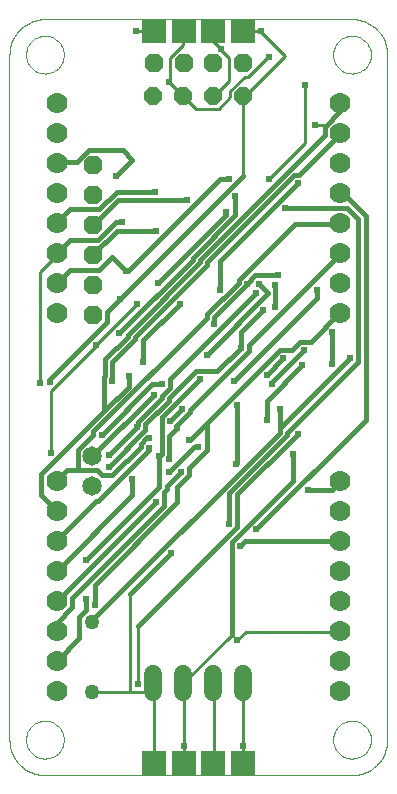
<source format=gtl>
G75*
G70*
%OFA0B0*%
%FSLAX24Y24*%
%IPPOS*%
%LPD*%
%AMOC8*
5,1,8,0,0,1.08239X$1,22.5*
%
%ADD10C,0.0000*%
%ADD11C,0.0700*%
%ADD12C,0.0600*%
%ADD13OC8,0.0594*%
%ADD14C,0.0500*%
%ADD15C,0.0650*%
%ADD16OC8,0.0630*%
%ADD17R,0.0787X0.0787*%
%ADD18C,0.0100*%
%ADD19C,0.0240*%
%ADD20C,0.0150*%
D10*
X000125Y002606D02*
X000125Y025441D01*
X000676Y025441D02*
X000678Y025491D01*
X000684Y025541D01*
X000694Y025590D01*
X000708Y025638D01*
X000725Y025685D01*
X000746Y025730D01*
X000771Y025774D01*
X000799Y025815D01*
X000831Y025854D01*
X000865Y025891D01*
X000902Y025925D01*
X000942Y025955D01*
X000984Y025982D01*
X001028Y026006D01*
X001074Y026027D01*
X001121Y026043D01*
X001169Y026056D01*
X001219Y026065D01*
X001268Y026070D01*
X001319Y026071D01*
X001369Y026068D01*
X001418Y026061D01*
X001467Y026050D01*
X001515Y026035D01*
X001561Y026017D01*
X001606Y025995D01*
X001649Y025969D01*
X001690Y025940D01*
X001729Y025908D01*
X001765Y025873D01*
X001797Y025835D01*
X001827Y025795D01*
X001854Y025752D01*
X001877Y025708D01*
X001896Y025662D01*
X001912Y025614D01*
X001924Y025565D01*
X001932Y025516D01*
X001936Y025466D01*
X001936Y025416D01*
X001932Y025366D01*
X001924Y025317D01*
X001912Y025268D01*
X001896Y025220D01*
X001877Y025174D01*
X001854Y025130D01*
X001827Y025087D01*
X001797Y025047D01*
X001765Y025009D01*
X001729Y024974D01*
X001690Y024942D01*
X001649Y024913D01*
X001606Y024887D01*
X001561Y024865D01*
X001515Y024847D01*
X001467Y024832D01*
X001418Y024821D01*
X001369Y024814D01*
X001319Y024811D01*
X001268Y024812D01*
X001219Y024817D01*
X001169Y024826D01*
X001121Y024839D01*
X001074Y024855D01*
X001028Y024876D01*
X000984Y024900D01*
X000942Y024927D01*
X000902Y024957D01*
X000865Y024991D01*
X000831Y025028D01*
X000799Y025067D01*
X000771Y025108D01*
X000746Y025152D01*
X000725Y025197D01*
X000708Y025244D01*
X000694Y025292D01*
X000684Y025341D01*
X000678Y025391D01*
X000676Y025441D01*
X000125Y025441D02*
X000127Y025507D01*
X000132Y025573D01*
X000142Y025639D01*
X000155Y025704D01*
X000171Y025768D01*
X000191Y025831D01*
X000215Y025893D01*
X000242Y025953D01*
X000272Y026012D01*
X000306Y026069D01*
X000343Y026124D01*
X000383Y026177D01*
X000425Y026228D01*
X000471Y026276D01*
X000519Y026322D01*
X000570Y026364D01*
X000623Y026404D01*
X000678Y026441D01*
X000735Y026475D01*
X000794Y026505D01*
X000854Y026532D01*
X000916Y026556D01*
X000979Y026576D01*
X001043Y026592D01*
X001108Y026605D01*
X001174Y026615D01*
X001240Y026620D01*
X001306Y026622D01*
X011542Y026622D01*
X010912Y025441D02*
X010914Y025491D01*
X010920Y025541D01*
X010930Y025590D01*
X010944Y025638D01*
X010961Y025685D01*
X010982Y025730D01*
X011007Y025774D01*
X011035Y025815D01*
X011067Y025854D01*
X011101Y025891D01*
X011138Y025925D01*
X011178Y025955D01*
X011220Y025982D01*
X011264Y026006D01*
X011310Y026027D01*
X011357Y026043D01*
X011405Y026056D01*
X011455Y026065D01*
X011504Y026070D01*
X011555Y026071D01*
X011605Y026068D01*
X011654Y026061D01*
X011703Y026050D01*
X011751Y026035D01*
X011797Y026017D01*
X011842Y025995D01*
X011885Y025969D01*
X011926Y025940D01*
X011965Y025908D01*
X012001Y025873D01*
X012033Y025835D01*
X012063Y025795D01*
X012090Y025752D01*
X012113Y025708D01*
X012132Y025662D01*
X012148Y025614D01*
X012160Y025565D01*
X012168Y025516D01*
X012172Y025466D01*
X012172Y025416D01*
X012168Y025366D01*
X012160Y025317D01*
X012148Y025268D01*
X012132Y025220D01*
X012113Y025174D01*
X012090Y025130D01*
X012063Y025087D01*
X012033Y025047D01*
X012001Y025009D01*
X011965Y024974D01*
X011926Y024942D01*
X011885Y024913D01*
X011842Y024887D01*
X011797Y024865D01*
X011751Y024847D01*
X011703Y024832D01*
X011654Y024821D01*
X011605Y024814D01*
X011555Y024811D01*
X011504Y024812D01*
X011455Y024817D01*
X011405Y024826D01*
X011357Y024839D01*
X011310Y024855D01*
X011264Y024876D01*
X011220Y024900D01*
X011178Y024927D01*
X011138Y024957D01*
X011101Y024991D01*
X011067Y025028D01*
X011035Y025067D01*
X011007Y025108D01*
X010982Y025152D01*
X010961Y025197D01*
X010944Y025244D01*
X010930Y025292D01*
X010920Y025341D01*
X010914Y025391D01*
X010912Y025441D01*
X011542Y026622D02*
X011608Y026620D01*
X011674Y026615D01*
X011740Y026605D01*
X011805Y026592D01*
X011869Y026576D01*
X011932Y026556D01*
X011994Y026532D01*
X012054Y026505D01*
X012113Y026475D01*
X012170Y026441D01*
X012225Y026404D01*
X012278Y026364D01*
X012329Y026322D01*
X012377Y026276D01*
X012423Y026228D01*
X012465Y026177D01*
X012505Y026124D01*
X012542Y026069D01*
X012576Y026012D01*
X012606Y025953D01*
X012633Y025893D01*
X012657Y025831D01*
X012677Y025768D01*
X012693Y025704D01*
X012706Y025639D01*
X012716Y025573D01*
X012721Y025507D01*
X012723Y025441D01*
X012723Y002606D01*
X010912Y002606D02*
X010914Y002656D01*
X010920Y002706D01*
X010930Y002755D01*
X010944Y002803D01*
X010961Y002850D01*
X010982Y002895D01*
X011007Y002939D01*
X011035Y002980D01*
X011067Y003019D01*
X011101Y003056D01*
X011138Y003090D01*
X011178Y003120D01*
X011220Y003147D01*
X011264Y003171D01*
X011310Y003192D01*
X011357Y003208D01*
X011405Y003221D01*
X011455Y003230D01*
X011504Y003235D01*
X011555Y003236D01*
X011605Y003233D01*
X011654Y003226D01*
X011703Y003215D01*
X011751Y003200D01*
X011797Y003182D01*
X011842Y003160D01*
X011885Y003134D01*
X011926Y003105D01*
X011965Y003073D01*
X012001Y003038D01*
X012033Y003000D01*
X012063Y002960D01*
X012090Y002917D01*
X012113Y002873D01*
X012132Y002827D01*
X012148Y002779D01*
X012160Y002730D01*
X012168Y002681D01*
X012172Y002631D01*
X012172Y002581D01*
X012168Y002531D01*
X012160Y002482D01*
X012148Y002433D01*
X012132Y002385D01*
X012113Y002339D01*
X012090Y002295D01*
X012063Y002252D01*
X012033Y002212D01*
X012001Y002174D01*
X011965Y002139D01*
X011926Y002107D01*
X011885Y002078D01*
X011842Y002052D01*
X011797Y002030D01*
X011751Y002012D01*
X011703Y001997D01*
X011654Y001986D01*
X011605Y001979D01*
X011555Y001976D01*
X011504Y001977D01*
X011455Y001982D01*
X011405Y001991D01*
X011357Y002004D01*
X011310Y002020D01*
X011264Y002041D01*
X011220Y002065D01*
X011178Y002092D01*
X011138Y002122D01*
X011101Y002156D01*
X011067Y002193D01*
X011035Y002232D01*
X011007Y002273D01*
X010982Y002317D01*
X010961Y002362D01*
X010944Y002409D01*
X010930Y002457D01*
X010920Y002506D01*
X010914Y002556D01*
X010912Y002606D01*
X011542Y001425D02*
X011608Y001427D01*
X011674Y001432D01*
X011740Y001442D01*
X011805Y001455D01*
X011869Y001471D01*
X011932Y001491D01*
X011994Y001515D01*
X012054Y001542D01*
X012113Y001572D01*
X012170Y001606D01*
X012225Y001643D01*
X012278Y001683D01*
X012329Y001725D01*
X012377Y001771D01*
X012423Y001819D01*
X012465Y001870D01*
X012505Y001923D01*
X012542Y001978D01*
X012576Y002035D01*
X012606Y002094D01*
X012633Y002154D01*
X012657Y002216D01*
X012677Y002279D01*
X012693Y002343D01*
X012706Y002408D01*
X012716Y002474D01*
X012721Y002540D01*
X012723Y002606D01*
X011542Y001425D02*
X001306Y001425D01*
X000676Y002606D02*
X000678Y002656D01*
X000684Y002706D01*
X000694Y002755D01*
X000708Y002803D01*
X000725Y002850D01*
X000746Y002895D01*
X000771Y002939D01*
X000799Y002980D01*
X000831Y003019D01*
X000865Y003056D01*
X000902Y003090D01*
X000942Y003120D01*
X000984Y003147D01*
X001028Y003171D01*
X001074Y003192D01*
X001121Y003208D01*
X001169Y003221D01*
X001219Y003230D01*
X001268Y003235D01*
X001319Y003236D01*
X001369Y003233D01*
X001418Y003226D01*
X001467Y003215D01*
X001515Y003200D01*
X001561Y003182D01*
X001606Y003160D01*
X001649Y003134D01*
X001690Y003105D01*
X001729Y003073D01*
X001765Y003038D01*
X001797Y003000D01*
X001827Y002960D01*
X001854Y002917D01*
X001877Y002873D01*
X001896Y002827D01*
X001912Y002779D01*
X001924Y002730D01*
X001932Y002681D01*
X001936Y002631D01*
X001936Y002581D01*
X001932Y002531D01*
X001924Y002482D01*
X001912Y002433D01*
X001896Y002385D01*
X001877Y002339D01*
X001854Y002295D01*
X001827Y002252D01*
X001797Y002212D01*
X001765Y002174D01*
X001729Y002139D01*
X001690Y002107D01*
X001649Y002078D01*
X001606Y002052D01*
X001561Y002030D01*
X001515Y002012D01*
X001467Y001997D01*
X001418Y001986D01*
X001369Y001979D01*
X001319Y001976D01*
X001268Y001977D01*
X001219Y001982D01*
X001169Y001991D01*
X001121Y002004D01*
X001074Y002020D01*
X001028Y002041D01*
X000984Y002065D01*
X000942Y002092D01*
X000902Y002122D01*
X000865Y002156D01*
X000831Y002193D01*
X000799Y002232D01*
X000771Y002273D01*
X000746Y002317D01*
X000725Y002362D01*
X000708Y002409D01*
X000694Y002457D01*
X000684Y002506D01*
X000678Y002556D01*
X000676Y002606D01*
X000125Y002606D02*
X000127Y002540D01*
X000132Y002474D01*
X000142Y002408D01*
X000155Y002343D01*
X000171Y002279D01*
X000191Y002216D01*
X000215Y002154D01*
X000242Y002094D01*
X000272Y002035D01*
X000306Y001978D01*
X000343Y001923D01*
X000383Y001870D01*
X000425Y001819D01*
X000471Y001771D01*
X000519Y001725D01*
X000570Y001683D01*
X000623Y001643D01*
X000678Y001606D01*
X000735Y001572D01*
X000794Y001542D01*
X000854Y001515D01*
X000916Y001491D01*
X000979Y001471D01*
X001043Y001455D01*
X001108Y001442D01*
X001174Y001432D01*
X001240Y001427D01*
X001306Y001425D01*
D11*
X001700Y004224D03*
X001700Y005224D03*
X001700Y006224D03*
X001700Y007224D03*
X001700Y008224D03*
X001700Y009224D03*
X001700Y010224D03*
X001700Y011224D03*
X001700Y016823D03*
X001700Y017823D03*
X001700Y018823D03*
X001700Y019823D03*
X001700Y020823D03*
X001700Y021823D03*
X001700Y022823D03*
X001700Y023823D03*
X011149Y023823D03*
X011149Y022823D03*
X011149Y021823D03*
X011149Y020823D03*
X011149Y019823D03*
X011149Y018823D03*
X011149Y017823D03*
X011149Y016823D03*
X011149Y011224D03*
X011149Y010224D03*
X011149Y009224D03*
X011149Y008224D03*
X011149Y007224D03*
X011149Y006224D03*
X011149Y005224D03*
X011149Y004224D03*
D12*
X007924Y004200D02*
X007924Y004800D01*
X006924Y004800D02*
X006924Y004200D01*
X005924Y004200D02*
X005924Y004800D01*
X004924Y004800D02*
X004924Y004200D01*
D13*
X004924Y024054D03*
X005924Y024054D03*
X006924Y024054D03*
X007924Y024054D03*
D14*
X002881Y006543D03*
X002881Y004181D03*
D15*
X002881Y011055D03*
X002881Y012055D03*
D16*
X002920Y016756D03*
X002920Y017756D03*
X002920Y018756D03*
X002920Y019756D03*
X002920Y020756D03*
X002920Y021756D03*
X004948Y025146D03*
X005932Y025146D03*
X006916Y025146D03*
X007901Y025146D03*
D17*
X007901Y026228D03*
X006916Y026228D03*
X005932Y026228D03*
X004948Y026228D03*
X004948Y001819D03*
X005932Y001819D03*
X006916Y001819D03*
X007901Y001819D03*
D18*
X007920Y001858D01*
X007920Y002409D01*
X007920Y004496D01*
X007924Y004500D01*
X007723Y005913D02*
X007999Y006189D01*
X011149Y006189D01*
X011149Y006224D01*
X007920Y001819D02*
X007901Y001819D01*
X006936Y001819D02*
X006916Y001819D01*
X006936Y001858D01*
X006936Y004496D01*
X006924Y004500D01*
X005952Y004535D02*
X007527Y006110D01*
X005952Y004535D02*
X005924Y004500D01*
X005952Y004496D01*
X005952Y002409D01*
X005952Y001858D01*
X005932Y001819D01*
X005952Y001819D01*
X004968Y001819D02*
X004948Y001819D01*
X004928Y001858D01*
X004928Y004496D01*
X004924Y004500D01*
X004889Y004181D01*
X004141Y004181D01*
X004141Y007449D01*
X004416Y006386D02*
X004416Y004457D01*
X004141Y004181D02*
X002881Y004181D01*
X001503Y012173D02*
X001503Y014220D01*
X002999Y015717D01*
X002999Y015756D01*
X004377Y017134D01*
X001700Y018748D02*
X001700Y018823D01*
X001700Y018748D02*
X001149Y018197D01*
X001149Y014496D01*
X005912Y024063D02*
X005440Y024535D01*
X005440Y024575D01*
X005479Y024614D01*
X005479Y025323D01*
X005912Y025756D01*
X005912Y026228D01*
X005932Y026228D01*
X006739Y026071D02*
X006897Y026228D01*
X006916Y026228D01*
X006739Y026071D02*
X007172Y025638D01*
X007172Y025598D01*
X007448Y025323D01*
X007448Y024575D01*
X006936Y024063D01*
X006924Y024054D01*
X007094Y023630D02*
X006345Y023630D01*
X005952Y024024D01*
X005924Y024054D01*
X005912Y024063D01*
X004948Y026228D02*
X004338Y026228D01*
X007094Y023630D02*
X007487Y024024D01*
X007487Y024220D01*
X007960Y024693D01*
X008078Y024693D01*
X008747Y025362D01*
X008786Y025362D01*
X009298Y025402D02*
X008511Y026189D01*
X008511Y026228D01*
X007901Y026228D01*
X009298Y025402D02*
X007960Y024063D01*
X007924Y024054D01*
X007920Y024024D01*
X007920Y021386D01*
X008786Y021307D02*
X009968Y022488D01*
X009968Y024417D01*
X010322Y023079D02*
X010597Y023079D01*
X010637Y023039D01*
D19*
X010322Y023079D03*
X009968Y024417D03*
X008786Y025362D03*
X008511Y026228D03*
X007172Y025638D03*
X005440Y024535D03*
X004338Y026228D03*
X003668Y021386D03*
X003865Y019850D03*
X004023Y018236D03*
X003826Y017291D03*
X003786Y016150D03*
X004377Y017134D03*
X005086Y017843D03*
X005794Y017134D03*
X006700Y015441D03*
X006464Y014614D03*
X005873Y013630D03*
X005716Y013000D03*
X005479Y013236D03*
X004928Y014102D03*
X005204Y014457D03*
X004574Y015205D03*
X004101Y014732D03*
X003550Y014575D03*
X002999Y015756D03*
X003196Y012764D03*
X003432Y012094D03*
X003432Y011701D03*
X004219Y011307D03*
X004771Y012331D03*
X004771Y012646D03*
X004377Y013039D03*
X005125Y012055D03*
X005440Y011976D03*
X005440Y011543D03*
X005834Y011543D03*
X006109Y012606D03*
X006424Y012370D03*
X007684Y011780D03*
X007723Y013748D03*
X007605Y014575D03*
X007842Y015677D03*
X008590Y016937D03*
X008353Y017488D03*
X008432Y017803D03*
X008038Y017803D03*
X007133Y017606D03*
X006936Y016465D03*
X007330Y020205D03*
X007645Y020717D03*
X007448Y021307D03*
X008786Y021307D03*
X009298Y020323D03*
X009731Y021150D03*
X009062Y018079D03*
X008983Y017764D03*
X008983Y017016D03*
X009259Y015323D03*
X009889Y015087D03*
X009928Y015598D03*
X010873Y015126D03*
X010873Y016189D03*
X011464Y015323D03*
X010361Y017606D03*
X008865Y014457D03*
X008708Y014772D03*
X009141Y013630D03*
X008708Y013276D03*
X009574Y012134D03*
X009731Y012803D03*
X010086Y010913D03*
X008353Y009614D03*
X007802Y009063D03*
X007448Y009811D03*
X007723Y005913D03*
X007920Y002409D03*
X005952Y002409D03*
X004416Y004457D03*
X002960Y007094D03*
X002684Y007291D03*
X002684Y008591D03*
X001503Y012173D03*
X001149Y014496D03*
X001464Y014535D03*
X005007Y010520D03*
X005519Y008827D03*
X005007Y019575D03*
X004968Y020874D03*
X006031Y020598D03*
D20*
X003747Y020598D01*
X002920Y019772D01*
X002920Y019756D01*
X003078Y019260D02*
X002133Y019260D01*
X001700Y018827D01*
X001700Y018823D01*
X002133Y018276D02*
X001700Y017843D01*
X001700Y017823D01*
X002133Y018276D02*
X003117Y018276D01*
X003550Y018709D01*
X004023Y018236D01*
X004062Y018236D01*
X007133Y021307D01*
X007448Y021307D01*
X007645Y020717D02*
X007645Y020087D01*
X006227Y018669D01*
X006227Y018591D01*
X003786Y016150D01*
X004062Y016110D02*
X004062Y016031D01*
X003314Y015283D01*
X003314Y014732D01*
X003275Y014693D01*
X003275Y013630D01*
X003314Y013591D01*
X004101Y014378D01*
X004101Y014732D01*
X003550Y014575D02*
X003550Y015205D01*
X004298Y015953D01*
X004298Y016031D01*
X006700Y018433D01*
X006700Y018512D01*
X009613Y021425D01*
X009771Y021425D01*
X011149Y022803D01*
X011149Y022823D01*
X010637Y023039D02*
X011149Y023551D01*
X011149Y023823D01*
X010637Y023039D02*
X010637Y022764D01*
X006464Y018591D01*
X006464Y018512D01*
X004062Y016110D01*
X004574Y015913D02*
X004574Y015205D01*
X004574Y015913D02*
X005794Y017134D01*
X005086Y017843D02*
X007330Y020087D01*
X007330Y020205D01*
X007920Y021386D02*
X003826Y017291D01*
X003393Y016858D01*
X003393Y016543D01*
X001464Y014614D01*
X001464Y014535D01*
X002920Y012764D02*
X002408Y012252D01*
X002408Y011583D01*
X003038Y011583D01*
X003196Y011425D01*
X003550Y011425D01*
X004495Y012370D01*
X004495Y012449D01*
X004692Y012646D01*
X004771Y012646D01*
X004653Y012921D02*
X004653Y013118D01*
X005440Y013906D01*
X005440Y013984D01*
X006345Y014890D01*
X007054Y014890D01*
X007842Y015677D01*
X007842Y016189D01*
X008590Y016937D01*
X008747Y017488D02*
X006700Y015441D01*
X006464Y014614D02*
X005204Y013354D01*
X005204Y012134D01*
X005125Y012055D01*
X005125Y011031D01*
X002684Y008591D01*
X002960Y007764D02*
X005716Y010520D01*
X005716Y011031D01*
X006109Y011425D01*
X006109Y011661D01*
X006700Y012252D01*
X006700Y013079D01*
X006660Y013118D01*
X006149Y012606D01*
X006109Y012606D01*
X006267Y012370D02*
X005440Y011543D01*
X005440Y011976D02*
X005440Y012724D01*
X005716Y013000D01*
X005716Y013079D01*
X006149Y013512D01*
X006149Y013591D01*
X008117Y015559D01*
X008117Y015756D01*
X011149Y018787D01*
X011149Y018823D01*
X011149Y019811D02*
X011149Y019823D01*
X011149Y019811D02*
X009653Y019811D01*
X007763Y017921D01*
X007763Y017843D01*
X006700Y016780D01*
X006700Y016661D01*
X002920Y012882D01*
X002920Y012764D01*
X003196Y012764D02*
X004889Y014457D01*
X005204Y014457D01*
X005479Y014339D02*
X005204Y014063D01*
X005204Y013984D01*
X004416Y013197D01*
X004416Y013079D01*
X004377Y013039D01*
X003432Y012094D01*
X003432Y011701D02*
X004653Y012921D01*
X004771Y012331D02*
X004771Y012252D01*
X003078Y010559D01*
X002999Y010559D01*
X001700Y009260D01*
X001700Y009224D01*
X001700Y008236D02*
X001700Y008224D01*
X001700Y008236D02*
X004219Y010756D01*
X004219Y011307D01*
X005007Y010520D02*
X001700Y007213D01*
X001700Y007224D01*
X002212Y007016D02*
X001700Y006504D01*
X001700Y006224D01*
X002448Y005992D02*
X001700Y005244D01*
X001700Y005224D01*
X002448Y005992D02*
X002448Y006701D01*
X002684Y006937D01*
X002684Y007291D01*
X002881Y006583D02*
X002881Y006543D01*
X002881Y006583D02*
X009141Y012843D01*
X009141Y013039D01*
X009180Y013039D01*
X011464Y015323D01*
X011739Y015205D02*
X011739Y019969D01*
X011385Y020323D01*
X009298Y020323D01*
X009731Y021150D02*
X007133Y018551D01*
X007133Y017606D01*
X008038Y017803D02*
X006936Y016701D01*
X006936Y016465D01*
X007605Y014575D02*
X010361Y017331D01*
X010361Y017606D01*
X010873Y016189D02*
X010873Y015126D01*
X010164Y015874D02*
X011149Y016858D01*
X011149Y016823D01*
X011739Y015205D02*
X009377Y012843D01*
X009377Y012764D01*
X007448Y010835D01*
X007448Y009811D01*
X007527Y009181D02*
X007527Y006110D01*
X007802Y009063D02*
X007960Y009220D01*
X011149Y009220D01*
X011149Y009224D01*
X010873Y010913D02*
X011149Y011189D01*
X011149Y011224D01*
X010873Y010913D02*
X010086Y010913D01*
X009574Y011228D02*
X007527Y009181D01*
X007723Y009693D02*
X007723Y010795D01*
X009731Y012803D01*
X009574Y012134D02*
X009574Y011228D01*
X009141Y013039D02*
X009141Y013630D01*
X008865Y014457D02*
X008865Y014535D01*
X009928Y015598D01*
X009810Y015874D02*
X010164Y015874D01*
X009810Y015874D02*
X009534Y015598D01*
X009141Y015598D01*
X006660Y013118D01*
X006424Y012370D02*
X006267Y012370D01*
X005834Y011543D02*
X005361Y011071D01*
X005361Y010953D01*
X005282Y010874D01*
X005282Y010402D01*
X002212Y007331D01*
X002212Y007016D01*
X002960Y007094D02*
X002960Y007764D01*
X004141Y007449D02*
X005519Y008827D01*
X007723Y009693D02*
X004416Y006386D01*
X001700Y011228D02*
X002054Y011583D01*
X002408Y011583D01*
X002881Y012055D02*
X004928Y014102D01*
X005479Y014339D02*
X005479Y014614D01*
X008353Y017488D01*
X008432Y017803D02*
X008747Y017488D01*
X008983Y017764D02*
X008983Y017016D01*
X009062Y018079D02*
X008314Y018079D01*
X008038Y017803D01*
X009259Y015323D02*
X008708Y014772D01*
X008708Y013906D02*
X009889Y015087D01*
X008708Y013906D02*
X008708Y013276D01*
X007723Y013748D02*
X007723Y011819D01*
X007684Y011780D01*
X008353Y009614D02*
X012015Y013276D01*
X012015Y020047D01*
X011267Y020795D01*
X011149Y020795D01*
X011149Y020823D01*
X005873Y013630D02*
X005479Y013236D01*
X003314Y013591D02*
X001188Y011465D01*
X001188Y010756D01*
X001700Y010244D01*
X001700Y010224D01*
X001700Y011224D02*
X001700Y011228D01*
X002920Y018756D02*
X002920Y018787D01*
X003708Y019575D01*
X005007Y019575D01*
X004968Y020874D02*
X003708Y020874D01*
X003117Y020283D01*
X002133Y020283D01*
X001700Y019850D01*
X001700Y019823D01*
X001700Y021823D02*
X001700Y021858D01*
X002369Y021858D01*
X002763Y022252D01*
X003905Y022252D01*
X004219Y021937D01*
X003668Y021386D01*
X003668Y019850D02*
X003078Y019260D01*
X003668Y019850D02*
X003865Y019850D01*
M02*

</source>
